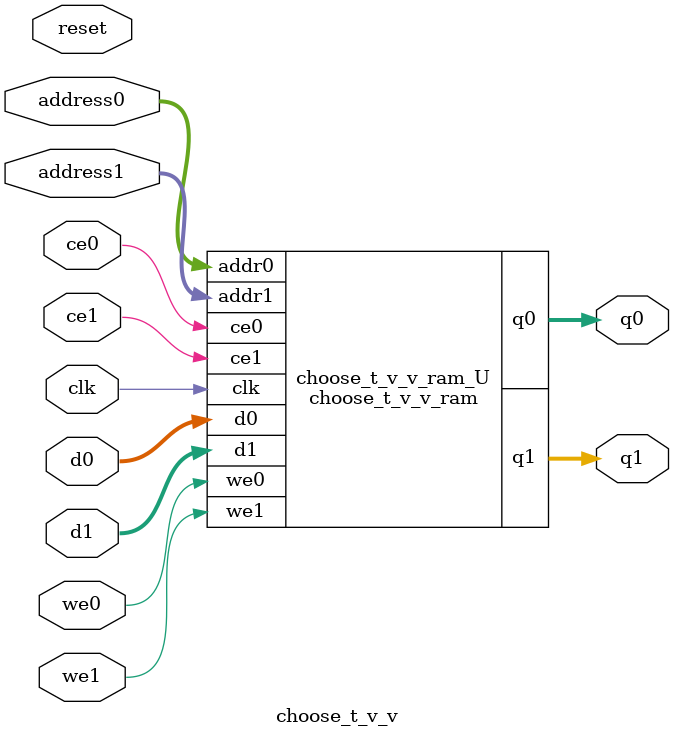
<source format=v>

`timescale 1 ns / 1 ps
module choose_t_v_v_ram (addr0, ce0, d0, we0, q0, addr1, ce1, d1, we1, q1,  clk);

parameter DWIDTH = 32;
parameter AWIDTH = 5;
parameter MEM_SIZE = 32;

input[AWIDTH-1:0] addr0;
input ce0;
input[DWIDTH-1:0] d0;
input we0;
output reg[DWIDTH-1:0] q0;
input[AWIDTH-1:0] addr1;
input ce1;
input[DWIDTH-1:0] d1;
input we1;
output reg[DWIDTH-1:0] q1;
input clk;

(* ram_style = "block" *)reg [DWIDTH-1:0] ram[0:MEM_SIZE-1];




always @(posedge clk)  
begin 
    if (ce0) 
    begin
        if (we0) 
        begin 
            ram[addr0] <= d0; 
            q0 <= d0;
        end 
        else 
            q0 <= ram[addr0];
    end
end


always @(posedge clk)  
begin 
    if (ce1) 
    begin
        if (we1) 
        begin 
            ram[addr1] <= d1; 
            q1 <= d1;
        end 
        else 
            q1 <= ram[addr1];
    end
end


endmodule


`timescale 1 ns / 1 ps
module choose_t_v_v(
    reset,
    clk,
    address0,
    ce0,
    we0,
    d0,
    q0,
    address1,
    ce1,
    we1,
    d1,
    q1);

parameter DataWidth = 32'd32;
parameter AddressRange = 32'd32;
parameter AddressWidth = 32'd5;
input reset;
input clk;
input[AddressWidth - 1:0] address0;
input ce0;
input we0;
input[DataWidth - 1:0] d0;
output[DataWidth - 1:0] q0;
input[AddressWidth - 1:0] address1;
input ce1;
input we1;
input[DataWidth - 1:0] d1;
output[DataWidth - 1:0] q1;



choose_t_v_v_ram choose_t_v_v_ram_U(
    .clk( clk ),
    .addr0( address0 ),
    .ce0( ce0 ),
    .d0( d0 ),
    .we0( we0 ),
    .q0( q0 ),
    .addr1( address1 ),
    .ce1( ce1 ),
    .d1( d1 ),
    .we1( we1 ),
    .q1( q1 ));

endmodule


</source>
